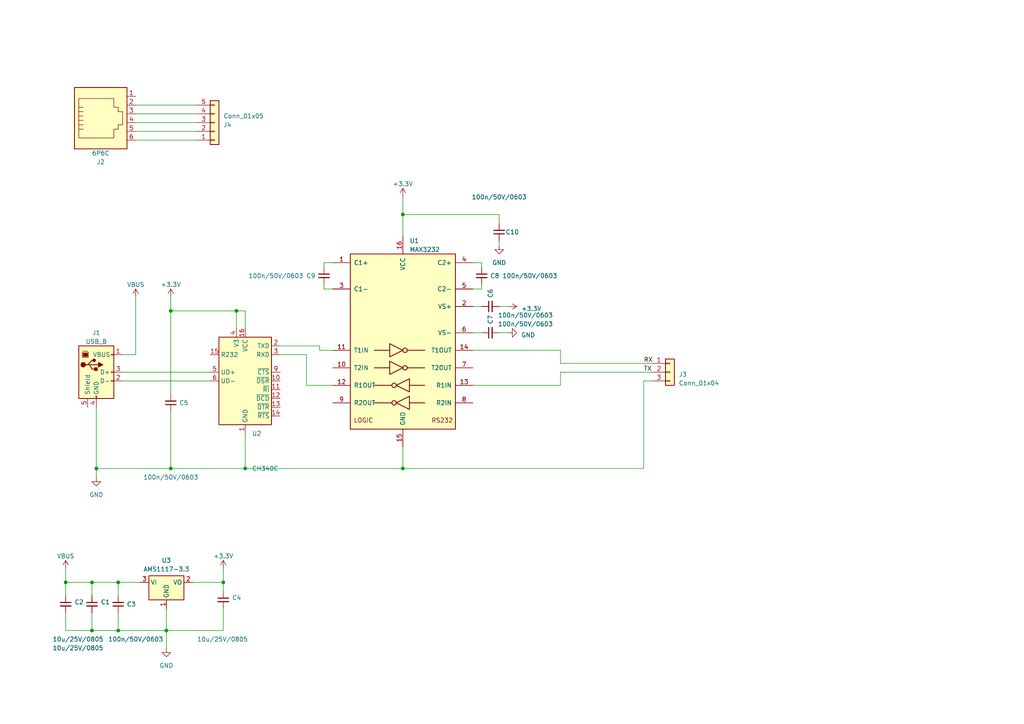
<source format=kicad_sch>
(kicad_sch (version 20230121) (generator eeschema)
  (paper "A4")
  (lib_symbols
    (symbol "Connector:6P6C" (pin_names (offset 1.016))
      (property "Reference" "J" (at -5.08 11.43 0))
      (property "Value" "6P6C" (at 2.54 11.43 0))
      (symbol "6P6C_0_1"
        (polyline (pts (xy -6.35 -1.905) (xy -5.08 -1.905) (xy -5.08 -1.905)))
        (polyline (pts (xy -6.35 -0.635) (xy -5.08 -0.635) (xy -5.08 -0.635)))
        (polyline (pts (xy -6.35 0.635) (xy -5.08 0.635) (xy -5.08 0.635)))
        (polyline (pts (xy -6.35 1.905) (xy -5.08 1.905) (xy -5.08 1.905)))
        (polyline (pts (xy -6.35 3.175) (xy -5.08 3.175) (xy -5.08 3.175)))
        (polyline (pts (xy -5.08 4.445) (xy -6.35 4.445) (xy -6.35 4.445)))
        (polyline (pts (xy -6.35 -4.445) (xy -6.35 6.985) (xy 3.81 6.985) (xy 3.81 4.445) (xy 5.08 4.445) (xy 5.08 3.175) (xy 6.35 3.175) (xy 6.35 -0.635) (xy 5.08 -0.635) (xy 5.08 -1.905) (xy 3.81 -1.905) (xy 3.81 -4.445) (xy -6.35 -4.445) (xy -6.35 -4.445)))
        (rectangle (start 7.62 10.16) (end -7.62 -7.62) (stroke (width 0.254)) (fill (type background)))
      )
      (symbol "6P6C_1_1"
        (pin passive line (at 10.16 -5.08 180) (length 2.54) (name "~") (number "1"))
        (pin passive line (at 10.16 -2.54 180) (length 2.54) (name "~") (number "2"))
        (pin passive line (at 10.16 0 180) (length 2.54) (name "~") (number "3"))
        (pin passive line (at 10.16 2.54 180) (length 2.54) (name "~") (number "4"))
        (pin passive line (at 10.16 5.08 180) (length 2.54) (name "~") (number "5"))
        (pin passive line (at 10.16 7.62 180) (length 2.54) (name "~") (number "6"))
      )
    )
    (symbol "Connector:USB_B" (pin_names (offset 1.016))
      (property "Reference" "J" (at -5.08 11.43 0))
      (property "Value" "USB_B" (at -5.08 8.89 0))
      (symbol "USB_B_0_1"
        (rectangle (start -5.08 -7.62) (end 5.08 7.62) (stroke (width 0.254)) (fill (type background)))
        (circle (center -3.81 2.159) (radius 0.635) (stroke (width 0.254)) (fill (type outline)))
        (rectangle (start -3.81 5.588) (end -2.54 4.572) (fill (type outline)))
        (circle (center -0.635 3.429) (radius 0.381) (stroke (width 0.254)) (fill (type outline)))
        (rectangle (start -0.127 -7.62) (end 0.127 -6.858))
        (polyline (pts (xy -1.905 2.159) (xy 0.635 2.159)) (stroke (width 0.254)))
        (polyline (pts (xy -3.175 2.159) (xy -2.54 2.159) (xy -1.27 3.429) (xy -0.635 3.429)) (stroke (width 0.254)))
        (polyline (pts (xy -2.54 2.159) (xy -1.905 2.159) (xy -1.27 0.889) (xy 0 0.889)) (stroke (width 0.254)))
        (polyline (pts (xy 0.635 2.794) (xy 0.635 1.524) (xy 1.905 2.159) (xy 0.635 2.794)) (stroke (width 0.254)) (fill (type outline)))
        (polyline (pts (xy -4.064 4.318) (xy -2.286 4.318) (xy -2.286 5.715) (xy -2.667 6.096) (xy -3.683 6.096) (xy -4.064 5.715) (xy -4.064 4.318)))
        (rectangle (start 0.254 1.27) (end -0.508 0.508) (stroke (width 0.254)) (fill (type outline)))
        (rectangle (start 5.08 -2.667) (end 4.318 -2.413))
        (rectangle (start 5.08 -0.127) (end 4.318 0.127))
        (rectangle (start 5.08 4.953) (end 4.318 5.207))
      )
      (symbol "USB_B_1_1"
        (pin power_out line (at 7.62 5.08 180) (length 2.54) (name "VBUS") (number "1"))
        (pin bidirectional line (at 7.62 -2.54 180) (length 2.54) (name "D-") (number "2"))
        (pin bidirectional line (at 7.62 0 180) (length 2.54) (name "D+") (number "3"))
        (pin power_out line (at 0 -10.16 90) (length 2.54) (name "GND") (number "4"))
        (pin passive line (at -2.54 -10.16 90) (length 2.54) (name "Shield") (number "5"))
      )
    )
    (symbol "Connector_Generic:Conn_01x03" (pin_names (offset 1.016) hide)
      (property "Reference" "J" (at 0 5.08 0))
      (property "Value" "Conn_01x03" (at 0 -5.08 0))
      (symbol "Conn_01x03_1_1"
        (rectangle (start -1.27 -2.413) (end 0 -2.667) (stroke (width 0.1524)))
        (rectangle (start -1.27 0.127) (end 0 -0.127) (stroke (width 0.1524)))
        (rectangle (start -1.27 2.667) (end 0 2.413) (stroke (width 0.1524)))
        (rectangle (start -1.27 3.81) (end 1.27 -3.81) (stroke (width 0.254)) (fill (type background)))
        (pin passive line (at -5.08 2.54 0) (length 3.81) (name "Pin_1") (number "1"))
        (pin passive line (at -5.08 0 0) (length 3.81) (name "Pin_2") (number "2"))
        (pin passive line (at -5.08 -2.54 0) (length 3.81) (name "Pin_3") (number "3"))
      )
    )
    (symbol "Connector_Generic:Conn_01x05" (pin_names (offset 1.016) hide)
      (property "Reference" "J" (at 0 7.62 0))
      (property "Value" "Conn_01x05" (at 0 -7.62 0))
      (symbol "Conn_01x05_1_1"
        (rectangle (start -1.27 -4.953) (end 0 -5.207) (stroke (width 0.1524)))
        (rectangle (start -1.27 -2.413) (end 0 -2.667) (stroke (width 0.1524)))
        (rectangle (start -1.27 0.127) (end 0 -0.127) (stroke (width 0.1524)))
        (rectangle (start -1.27 2.667) (end 0 2.413) (stroke (width 0.1524)))
        (rectangle (start -1.27 5.207) (end 0 4.953) (stroke (width 0.1524)))
        (rectangle (start -1.27 6.35) (end 1.27 -6.35) (stroke (width 0.254)) (fill (type background)))
        (pin passive line (at -5.08 5.08 0) (length 3.81) (name "Pin_1") (number "1"))
        (pin passive line (at -5.08 2.54 0) (length 3.81) (name "Pin_2") (number "2"))
        (pin passive line (at -5.08 0 0) (length 3.81) (name "Pin_3") (number "3"))
        (pin passive line (at -5.08 -2.54 0) (length 3.81) (name "Pin_4") (number "4"))
        (pin passive line (at -5.08 -5.08 0) (length 3.81) (name "Pin_5") (number "5"))
      )
    )
    (symbol "Device:C_Small" (pin_numbers hide) (pin_names (offset 0.254) hide)
      (property "Reference" "C" (at 0.254 1.778 0))
      (property "Value" "C_Small" (at 0.254 -2.032 0))
      (symbol "C_Small_0_1"
        (polyline (pts (xy -1.524 -0.508) (xy 1.524 -0.508)) (stroke (width 0.3302)))
        (polyline (pts (xy -1.524 0.508) (xy 1.524 0.508)) (stroke (width 0.3048)))
      )
      (symbol "C_Small_1_1"
        (pin passive line (at 0 2.54 270) (length 2.032) (name "~") (number "1"))
        (pin passive line (at 0 -2.54 90) (length 2.032) (name "~") (number "2"))
      )
    )
    (symbol "Interface_UART:MAX3232" (pin_names (offset 1.016))
      (property "Reference" "U" (at -2.54 28.575 0))
      (property "Value" "MAX3232" (at -2.54 26.67 0))
      (symbol "MAX3232_0_0"
        (text "LOGIC" (at -11.43 -22.86 0) (effects (font (size 1.27 1.27))))
        (text "RS232" (at 11.43 -22.86 0) (effects (font (size 1.27 1.27))))
      )
      (symbol "MAX3232_0_1"
        (rectangle (start -15.24 -25.4) (end 15.24 25.4) (stroke (width 0.254)) (fill (type background)))
        (circle (center -2.54 -17.78) (radius 0.635) (stroke (width 0.254)))
        (circle (center -2.54 -12.7) (radius 0.635) (stroke (width 0.254)))
        (polyline (pts (xy -3.81 -7.62) (xy -8.255 -7.62)) (stroke (width 0.254)))
        (polyline (pts (xy -3.81 -2.54) (xy -8.255 -2.54)) (stroke (width 0.254)))
        (polyline (pts (xy -3.175 -17.78) (xy -8.255 -17.78)) (stroke (width 0.254)))
        (polyline (pts (xy -3.175 -12.7) (xy -8.255 -12.7)) (stroke (width 0.254)))
        (polyline (pts (xy 1.27 -7.62) (xy 6.35 -7.62)) (stroke (width 0.254)))
        (polyline (pts (xy 1.27 -2.54) (xy 6.35 -2.54)) (stroke (width 0.254)))
        (polyline (pts (xy 1.905 -17.78) (xy 6.35 -17.78)) (stroke (width 0.254)))
        (polyline (pts (xy 1.905 -12.7) (xy 6.35 -12.7)) (stroke (width 0.254)))
        (polyline (pts (xy -3.81 -5.715) (xy -3.81 -9.525) (xy 0 -7.62) (xy -3.81 -5.715)) (stroke (width 0.254)))
        (polyline (pts (xy -3.81 -0.635) (xy -3.81 -4.445) (xy 0 -2.54) (xy -3.81 -0.635)) (stroke (width 0.254)))
        (polyline (pts (xy 1.905 -15.875) (xy 1.905 -19.685) (xy -1.905 -17.78) (xy 1.905 -15.875)) (stroke (width 0.254)))
        (polyline (pts (xy 1.905 -10.795) (xy 1.905 -14.605) (xy -1.905 -12.7) (xy 1.905 -10.795)) (stroke (width 0.254)))
        (circle (center 0.635 -7.62) (radius 0.635) (stroke (width 0.254)))
        (circle (center 0.635 -2.54) (radius 0.635) (stroke (width 0.254)))
      )
      (symbol "MAX3232_1_1"
        (pin passive line (at -20.32 22.86 0) (length 5.08) (name "C1+") (number "1"))
        (pin input line (at -20.32 -7.62 0) (length 5.08) (name "T2IN") (number "10"))
        (pin input line (at -20.32 -2.54 0) (length 5.08) (name "T1IN") (number "11"))
        (pin output line (at -20.32 -12.7 0) (length 5.08) (name "R1OUT") (number "12"))
        (pin input line (at 20.32 -12.7 180) (length 5.08) (name "R1IN") (number "13"))
        (pin output line (at 20.32 -2.54 180) (length 5.08) (name "T1OUT") (number "14"))
        (pin power_in line (at 0 -30.48 90) (length 5.08) (name "GND") (number "15"))
        (pin power_in line (at 0 30.48 270) (length 5.08) (name "VCC") (number "16"))
        (pin power_out line (at 20.32 10.16 180) (length 5.08) (name "VS+") (number "2"))
        (pin passive line (at -20.32 15.24 0) (length 5.08) (name "C1-") (number "3"))
        (pin passive line (at 20.32 22.86 180) (length 5.08) (name "C2+") (number "4"))
        (pin passive line (at 20.32 15.24 180) (length 5.08) (name "C2-") (number "5"))
        (pin power_out line (at 20.32 2.54 180) (length 5.08) (name "VS-") (number "6"))
        (pin output line (at 20.32 -7.62 180) (length 5.08) (name "T2OUT") (number "7"))
        (pin input line (at 20.32 -17.78 180) (length 5.08) (name "R2IN") (number "8"))
        (pin output line (at -20.32 -17.78 0) (length 5.08) (name "R2OUT") (number "9"))
      )
    )
    (symbol "Interface_USB:CH340C"
      (property "Reference" "U" (at -5.08 13.97 0))
      (property "Value" "CH340C" (at 1.27 13.97 0))
      (symbol "CH340C_0_1"
        (rectangle (start -7.62 12.7) (end 7.62 -12.7) (stroke (width 0.254)) (fill (type background)))
      )
      (symbol "CH340C_1_1"
        (pin power_in line (at 0 -15.24 90) (length 2.54) (name "GND") (number "1"))
        (pin input line (at 10.16 0 180) (length 2.54) (name "~{DSR}") (number "10"))
        (pin input line (at 10.16 -2.54 180) (length 2.54) (name "~{RI}") (number "11"))
        (pin input line (at 10.16 -5.08 180) (length 2.54) (name "~{DCD}") (number "12"))
        (pin output line (at 10.16 -7.62 180) (length 2.54) (name "~{DTR}") (number "13"))
        (pin output line (at 10.16 -10.16 180) (length 2.54) (name "~{RTS}") (number "14"))
        (pin input line (at -10.16 7.62 0) (length 2.54) (name "R232") (number "15"))
        (pin power_in line (at 0 15.24 270) (length 2.54) (name "VCC") (number "16"))
        (pin output line (at 10.16 10.16 180) (length 2.54) (name "TXD") (number "2"))
        (pin input line (at 10.16 7.62 180) (length 2.54) (name "RXD") (number "3"))
        (pin passive line (at -2.54 15.24 270) (length 2.54) (name "V3") (number "4"))
        (pin bidirectional line (at -10.16 2.54 0) (length 2.54) (name "UD+") (number "5"))
        (pin bidirectional line (at -10.16 0 0) (length 2.54) (name "UD-") (number "6"))
        (pin no_connect line (at -7.62 -7.62 0) (length 2.54) hide (name "NC") (number "7"))
        (pin no_connect line (at -7.62 -10.16 0) (length 2.54) hide (name "NC") (number "8"))
        (pin input line (at 10.16 2.54 180) (length 2.54) (name "~{CTS}") (number "9"))
      )
    )
    (symbol "Regulator_Linear:AMS1117-3.3"
      (property "Reference" "U" (at -3.81 3.175 0))
      (property "Value" "AMS1117-3.3" (at 0 3.175 0))
      (symbol "AMS1117-3.3_0_1"
        (rectangle (start -5.08 -5.08) (end 5.08 1.905) (stroke (width 0.254)) (fill (type background)))
      )
      (symbol "AMS1117-3.3_1_1"
        (pin power_in line (at 0 -7.62 90) (length 2.54) (name "GND") (number "1"))
        (pin power_out line (at 7.62 0 180) (length 2.54) (name "VO") (number "2"))
        (pin power_in line (at -7.62 0 0) (length 2.54) (name "VI") (number "3"))
      )
    )
    (symbol "power:+3.3V" (power) (pin_names (offset 0))
      (property "Value" "+3.3V" (at 0 3.556 0))
      (symbol "+3.3V_0_1"
        (polyline (pts (xy -0.762 1.27) (xy 0 2.54)))
        (polyline (pts (xy 0 0) (xy 0 2.54)))
        (polyline (pts (xy 0 2.54) (xy 0.762 1.27)))
      )
      (symbol "+3.3V_1_1"
        (pin power_in line (at 0 0 90) (length 0) hide (name "+3.3V") (number "1"))
      )
    )
    (symbol "power:GND" (power) (pin_names (offset 0))
      (property "Value" "GND" (at 0 -3.81 0))
      (symbol "GND_0_1"
        (polyline (pts (xy 0 0) (xy 0 -1.27) (xy 1.27 -1.27) (xy 0 -2.54) (xy -1.27 -1.27) (xy 0 -1.27)))
      )
      (symbol "GND_1_1"
        (pin power_in line (at 0 0 270) (length 0) hide (name "GND") (number "1"))
      )
    )
    (symbol "power:VBUS" (power) (pin_names (offset 0))
      (property "Value" "VBUS" (at 0 3.81 0))
      (symbol "VBUS_0_1"
        (polyline (pts (xy -0.762 1.27) (xy 0 2.54)))
        (polyline (pts (xy 0 0) (xy 0 2.54)))
        (polyline (pts (xy 0 2.54) (xy 0.762 1.27)))
      )
      (symbol "VBUS_1_1"
        (pin power_in line (at 0 0 90) (length 0) hide (name "VBUS") (number "1"))
      )
    )
  )
  (junction (at 71.12 135.89))
  (junction (at 19.05 168.91))
  (junction (at 26.67 182.88))
  (junction (at 48.26 182.88))
  (junction (at 116.84 62.23))
  (junction (at 49.53 135.89))
  (junction (at 68.58 90.17))
  (junction (at 49.53 90.17))
  (junction (at 34.29 168.91))
  (junction (at 116.84 135.89))
  (junction (at 64.77 168.91))
  (junction (at 27.94 135.89))
  (junction (at 26.67 168.91))
  (junction (at 34.29 182.88))
  (wire (pts (xy 64.77 168.91) (xy 64.77 171.45)))
  (wire (pts (xy 96.52 101.6) (xy 92.71 101.6)))
  (wire (pts (xy 26.67 177.8) (xy 26.67 182.88)))
  (wire (pts (xy 26.67 168.91) (xy 19.05 168.91)))
  (wire (pts (xy 49.53 119.38) (xy 49.53 135.89)))
  (wire (pts (xy 49.53 114.3) (xy 49.53 90.17)))
  (wire (pts (xy 68.58 90.17) (xy 71.12 90.17)))
  (wire (pts (xy 57.15 33.02) (xy 39.37 33.02)))
  (wire (pts (xy 39.37 102.87) (xy 39.37 86.36)))
  (wire (pts (xy 116.84 62.23) (xy 144.78 62.23)))
  (wire (pts (xy 35.56 102.87) (xy 39.37 102.87)))
  (wire (pts (xy 116.84 62.23) (xy 116.84 68.58)))
  (wire (pts (xy 139.7 96.52) (xy 137.16 96.52)))
  (wire (pts (xy 19.05 182.88) (xy 26.67 182.88)))
  (wire (pts (xy 162.56 101.6) (xy 162.56 105.41)))
  (wire (pts (xy 96.52 83.82) (xy 93.98 83.82)))
  (wire (pts (xy 34.29 177.8) (xy 34.29 182.88)))
  (wire (pts (xy 144.78 88.9) (xy 147.32 88.9)))
  (wire (pts (xy 139.7 77.47) (xy 139.7 76.2)))
  (wire (pts (xy 27.94 118.11) (xy 27.94 135.89)))
  (wire (pts (xy 19.05 165.1) (xy 19.05 168.91)))
  (wire (pts (xy 189.23 110.49) (xy 186.69 110.49)))
  (wire (pts (xy 34.29 168.91) (xy 40.64 168.91)))
  (wire (pts (xy 48.26 182.88) (xy 48.26 176.53)))
  (wire (pts (xy 144.78 62.23) (xy 144.78 64.77)))
  (wire (pts (xy 64.77 182.88) (xy 48.26 182.88)))
  (wire (pts (xy 19.05 168.91) (xy 19.05 172.72)))
  (wire (pts (xy 26.67 182.88) (xy 34.29 182.88)))
  (wire (pts (xy 57.15 40.64) (xy 39.37 40.64)))
  (wire (pts (xy 144.78 96.52) (xy 147.32 96.52)))
  (wire (pts (xy 162.56 105.41) (xy 189.23 105.41)))
  (wire (pts (xy 137.16 111.76) (xy 162.56 111.76)))
  (wire (pts (xy 137.16 101.6) (xy 162.56 101.6)))
  (wire (pts (xy 144.78 69.85) (xy 144.78 71.12)))
  (wire (pts (xy 57.15 30.48) (xy 39.37 30.48)))
  (wire (pts (xy 71.12 135.89) (xy 71.12 125.73)))
  (wire (pts (xy 48.26 182.88) (xy 48.26 187.96)))
  (wire (pts (xy 35.56 110.49) (xy 60.96 110.49)))
  (wire (pts (xy 162.56 107.95) (xy 162.56 111.76)))
  (wire (pts (xy 57.15 38.1) (xy 39.37 38.1)))
  (wire (pts (xy 68.58 90.17) (xy 68.58 95.25)))
  (wire (pts (xy 26.67 168.91) (xy 34.29 168.91)))
  (wire (pts (xy 139.7 83.82) (xy 139.7 82.55)))
  (wire (pts (xy 35.56 107.95) (xy 60.96 107.95)))
  (wire (pts (xy 162.56 107.95) (xy 189.23 107.95)))
  (wire (pts (xy 26.67 168.91) (xy 26.67 172.72)))
  (wire (pts (xy 116.84 57.15) (xy 116.84 62.23)))
  (wire (pts (xy 88.9 102.87) (xy 81.28 102.87)))
  (wire (pts (xy 139.7 88.9) (xy 137.16 88.9)))
  (wire (pts (xy 93.98 76.2) (xy 96.52 76.2)))
  (wire (pts (xy 93.98 83.82) (xy 93.98 82.55)))
  (wire (pts (xy 34.29 168.91) (xy 34.29 172.72)))
  (wire (pts (xy 88.9 111.76) (xy 88.9 102.87)))
  (wire (pts (xy 93.98 77.47) (xy 93.98 76.2)))
  (wire (pts (xy 96.52 111.76) (xy 88.9 111.76)))
  (wire (pts (xy 64.77 165.1) (xy 64.77 168.91)))
  (wire (pts (xy 186.69 110.49) (xy 186.69 135.89)))
  (wire (pts (xy 139.7 76.2) (xy 137.16 76.2)))
  (wire (pts (xy 34.29 182.88) (xy 48.26 182.88)))
  (wire (pts (xy 49.53 90.17) (xy 68.58 90.17)))
  (wire (pts (xy 92.71 101.6) (xy 92.71 100.33)))
  (wire (pts (xy 64.77 176.53) (xy 64.77 182.88)))
  (wire (pts (xy 116.84 135.89) (xy 186.69 135.89)))
  (wire (pts (xy 19.05 177.8) (xy 19.05 182.88)))
  (wire (pts (xy 116.84 135.89) (xy 71.12 135.89)))
  (wire (pts (xy 27.94 135.89) (xy 27.94 138.43)))
  (wire (pts (xy 137.16 83.82) (xy 139.7 83.82)))
  (wire (pts (xy 49.53 135.89) (xy 71.12 135.89)))
  (wire (pts (xy 92.71 100.33) (xy 81.28 100.33)))
  (wire (pts (xy 71.12 90.17) (xy 71.12 95.25)))
  (wire (pts (xy 49.53 86.36) (xy 49.53 90.17)))
  (wire (pts (xy 55.88 168.91) (xy 64.77 168.91)))
  (wire (pts (xy 27.94 135.89) (xy 49.53 135.89)))
  (wire (pts (xy 57.15 35.56) (xy 39.37 35.56)))
  (wire (pts (xy 116.84 129.54) (xy 116.84 135.89)))
  (label "RX" (at 186.69 105.41 0))
  (label "TX" (at 186.69 107.95 0))
  (symbol (lib_id "power:GND") (at 48.26 187.96 0) (unit 1)
    (property "Reference" "#PWR04" (effects hide))
    (property "Value" "GND" (at 48.26 193.04 0))
  )
  (symbol (lib_id "power:VBUS") (at 39.37 86.36 0) (unit 1)
    (property "Reference" "#PWR01" (effects hide))
    (property "Value" "VBUS" (at 39.37 82.55 0))
  )
  (symbol (lib_id "Connector:6P6C") (at 29.21 33.02 0) (mirror x) (unit 1)
    (property "Reference" "J2" (at 29.21 46.99 0))
    (property "Value" "6P6C" (at 29.21 44.45 0))
    (property "Footprint" "Connector_RJ:RJ12_Amphenol_54601" (effects hide))
  )
  (symbol (lib_id "Device:C_Small") (at 49.53 116.84 0) (mirror x) (unit 1)
    (property "Reference" "C5" (at 53.34 116.84 0))
    (property "Value" "100n/50V/0603" (at 49.53 138.43 0))
    (property "Footprint" "Capacitor_SMD:C_0603_1608Metric_Pad1.08x0.95mm_HandSolder" (effects hide))
  )
  (symbol (lib_id "power:+3.3V") (at 64.77 165.1 0) (unit 1)
    (property "Reference" "#PWR03" (effects hide))
    (property "Value" "+3.3V" (at 64.77 161.29 0))
  )
  (symbol (lib_id "Device:C_Small") (at 139.7 80.01 0) (unit 1)
    (property "Reference" "C8" (at 143.51 80.01 0))
    (property "Value" "100n/50V/0603" (at 153.67 80.01 0))
    (property "Footprint" "Capacitor_SMD:C_0603_1608Metric_Pad1.08x0.95mm_HandSolder" (effects hide))
  )
  (symbol (lib_id "Interface_USB:CH340C") (at 71.12 110.49 0) (unit 1)
    (property "Reference" "U2" (at 73.0759 125.73 0) (effects (justify left)))
    (property "Value" "CH340C" (at 73.0759 135.89 0) (effects (justify left)))
    (property "Footprint" "Package_SO:SOIC-16_3.9x9.9mm_P1.27mm" (effects hide))
    (property "Datasheet" "https://datasheet.lcsc.com/szlcsc/Jiangsu-Qin-Heng-CH340C_C84681.pdf" (effects hide))
  )
  (symbol (lib_id "Device:C_Small") (at 34.29 175.26 0) (mirror x) (unit 1)
    (property "Reference" "C3" (at 38.1 175.26 0))
    (property "Value" "100n/50V/0603" (at 39.37 185.42 0))
    (property "Footprint" "Capacitor_SMD:C_0603_1608Metric_Pad1.08x0.95mm_HandSolder" (effects hide))
  )
  (symbol (lib_id "Interface_UART:MAX3232") (at 116.84 99.06 0) (unit 1)
    (property "Reference" "U1" (at 118.7959 69.85 0) (effects (justify left)))
    (property "Value" "MAX3232" (at 118.7959 72.39 0) (effects (justify left)))
    (property "Footprint" "Package_SO:SO-16_3.9x9.9mm_P1.27mm" (effects hide))
    (property "Datasheet" "https://datasheets.maximintegrated.com/en/ds/MAX3222-MAX3241.pdf" (effects hide))
  )
  (symbol (lib_id "Device:C_Small") (at 64.77 173.99 0) (unit 1)
    (property "Reference" "C4" (at 67.31 173.3613 0) (effects (justify left)))
    (property "Value" "10u/25V/0805" (at 57.15 185.42 0) (effects (justify left)))
    (property "Footprint" "Capacitor_SMD:C_0805_2012Metric_Pad1.18x1.45mm_HandSolder" (effects hide))
  )
  (symbol (lib_id "Connector_Generic:Conn_01x05") (at 62.23 35.56 0) (mirror x) (unit 1)
    (property "Reference" "J4" (at 64.77 36.195 0) (effects (justify left)))
    (property "Value" "Conn_01x05" (at 64.77 33.655 0) (effects (justify left)))
    (property "Footprint" "Connector_JST:JST_PH_B5B-PH-K_1x05_P2.00mm_Vertical" (effects hide))
  )
  (symbol (lib_id "Device:C_Small") (at 26.67 175.26 0) (unit 1)
    (property "Reference" "C1" (at 29.21 174.6313 0) (effects (justify left)))
    (property "Value" "10u/25V/0805" (at 15.24 187.96 0) (effects (justify left)))
    (property "Footprint" "Capacitor_SMD:C_0805_2012Metric_Pad1.18x1.45mm_HandSolder" (effects hide))
  )
  (symbol (lib_id "power:GND") (at 27.94 138.43 0) (unit 1)
    (property "Reference" "#PWR05" (effects hide))
    (property "Value" "GND" (at 27.94 143.51 0))
  )
  (symbol (lib_id "Connector:USB_B") (at 27.94 107.95 0) (unit 1)
    (property "Reference" "J1" (at 27.94 96.52 0))
    (property "Value" "USB_B" (at 27.94 99.06 0))
    (property "Footprint" "Connector_USB:USB_B_Lumberg_2411_02_Horizontal" (effects hide))
    (property "Datasheet" " ~" (effects hide))
  )
  (symbol (lib_id "Device:C_Small") (at 93.98 80.01 0) (mirror y) (unit 1)
    (property "Reference" "C9" (at 90.17 80.01 0))
    (property "Value" "100n/50V/0603" (at 80.01 80.01 0))
    (property "Footprint" "Capacitor_SMD:C_0603_1608Metric_Pad1.08x0.95mm_HandSolder" (effects hide))
  )
  (symbol (lib_id "Regulator_Linear:AMS1117-3.3") (at 48.26 168.91 0) (unit 1)
    (property "Reference" "U3" (at 48.26 162.56 0))
    (property "Value" "AMS1117-3.3" (at 48.26 165.1 0))
    (property "Footprint" "Package_TO_SOT_SMD:SOT-223-3_TabPin2" (effects hide))
    (property "Datasheet" "http://www.advanced-monolithic.com/pdf/ds1117.pdf" (effects hide))
  )
  (symbol (lib_id "Device:C_Small") (at 144.78 67.31 0) (mirror x) (unit 1)
    (property "Reference" "C10" (at 148.59 67.31 0))
    (property "Value" "100n/50V/0603" (at 144.78 57.15 0))
    (property "Footprint" "Capacitor_SMD:C_0603_1608Metric_Pad1.08x0.95mm_HandSolder" (effects hide))
  )
  (symbol (lib_id "power:+3.3V") (at 147.32 88.9 270) (mirror x) (unit 1)
    (property "Reference" "#PWR07" (effects hide))
    (property "Value" "+3.3V" (at 151.13 89.535 90) (effects (justify left)))
  )
  (symbol (lib_id "power:+3.3V") (at 116.84 57.15 0) (mirror y) (unit 1)
    (property "Reference" "#PWR09" (effects hide))
    (property "Value" "+3.3V" (at 116.84 53.34 0))
  )
  (symbol (lib_id "power:VBUS") (at 19.05 165.1 0) (unit 1)
    (property "Reference" "#PWR02" (effects hide))
    (property "Value" "VBUS" (at 19.05 161.29 0))
  )
  (symbol (lib_id "Device:C_Small") (at 19.05 175.26 0) (unit 1)
    (property "Reference" "C2" (at 21.59 174.6313 0) (effects (justify left)))
    (property "Value" "10u/25V/0805" (at 15.24 185.42 0) (effects (justify left)))
    (property "Footprint" "Capacitor_SMD:C_0805_2012Metric_Pad1.18x1.45mm_HandSolder" (effects hide))
  )
  (symbol (lib_id "power:+3.3V") (at 49.53 86.36 0) (unit 1)
    (property "Reference" "#PWR06" (effects hide))
    (property "Value" "+3.3V" (at 49.53 82.55 0))
  )
  (symbol (lib_id "power:GND") (at 147.32 96.52 90) (mirror x) (unit 1)
    (property "Reference" "#PWR08" (effects hide))
    (property "Value" "GND" (at 151.13 97.155 90) (effects (justify right)))
  )
  (symbol (lib_id "Device:C_Small") (at 142.24 96.52 90) (unit 1)
    (property "Reference" "C7" (at 142.24 92.71 0))
    (property "Value" "100n/50V/0603" (at 152.4 93.98 90))
    (property "Footprint" "Capacitor_SMD:C_0603_1608Metric_Pad1.08x0.95mm_HandSolder" (effects hide))
  )
  (symbol (lib_id "Connector_Generic:Conn_01x03") (at 194.31 107.95 0) (unit 1)
    (property "Reference" "J3" (at 196.85 108.585 0) (effects (justify left)))
    (property "Value" "Conn_01x04" (at 196.85 111.125 0) (effects (justify left)))
    (property "Footprint" "Connector_JST:JST_PH_B3B-PH-K_1x03_P2.00mm_Vertical" (effects hide))
  )
  (symbol (lib_id "power:GND") (at 144.78 71.12 0) (unit 1)
    (property "Reference" "#PWR010" (effects hide))
    (property "Value" "GND" (at 144.78 76.2 0))
  )
  (symbol (lib_id "Device:C_Small") (at 142.24 88.9 90) (unit 1)
    (property "Reference" "C6" (at 142.24 85.09 0))
    (property "Value" "100n/50V/0603" (at 152.4 91.44 90))
    (property "Footprint" "Capacitor_SMD:C_0603_1608Metric_Pad1.08x0.95mm_HandSolder" (effects hide))
  )
)
</source>
